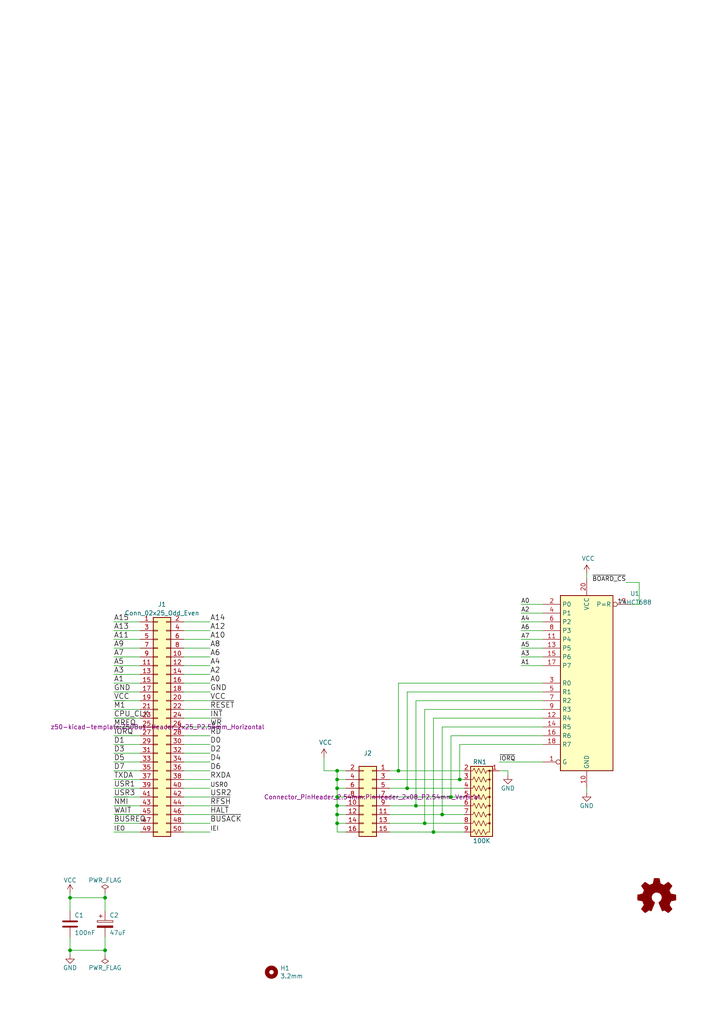
<source format=kicad_sch>
(kicad_sch (version 20230121) (generator eeschema)
  (paper "A4" portrait)
  (title_block (title "Z50 KiCAD Template") (date "2023-04-23") (rev "1.0") (company "Howard M. Harte") (comment 1 "https://github.com/hharte/z50-kicad-template"))
  (lib_symbols
    (symbol "74xx:74HCT688"
      (property "Reference" "U" (at -7.62 26.67 0))
      (property "Value" "74HCT688" (at -7.62 -26.67 0))
      (symbol "74HCT688_1_0"
        (pin input inverted (at -12.7 -22.86 0) (length 5.08) (name "G") (number "1"))
        (pin power_in line (at 0 -30.48 90) (length 5.08) (name "GND") (number "10"))
        (pin input line (at -12.7 12.7 0) (length 5.08) (name "P4") (number "11"))
        (pin input line (at -12.7 -10.16 0) (length 5.08) (name "R4") (number "12"))
        (pin input line (at -12.7 10.16 0) (length 5.08) (name "P5") (number "13"))
        (pin input line (at -12.7 -12.7 0) (length 5.08) (name "R5") (number "14"))
        (pin input line (at -12.7 7.62 0) (length 5.08) (name "P6") (number "15"))
        (pin input line (at -12.7 -15.24 0) (length 5.08) (name "R6") (number "16"))
        (pin input line (at -12.7 5.08 0) (length 5.08) (name "P7") (number "17"))
        (pin input line (at -12.7 -17.78 0) (length 5.08) (name "R7") (number "18"))
        (pin output inverted (at 12.7 22.86 180) (length 5.08) (name "P=R") (number "19"))
        (pin input line (at -12.7 22.86 0) (length 5.08) (name "P0") (number "2"))
        (pin power_in line (at 0 30.48 270) (length 5.08) (name "VCC") (number "20"))
        (pin input line (at -12.7 0 0) (length 5.08) (name "R0") (number "3"))
        (pin input line (at -12.7 20.32 0) (length 5.08) (name "P1") (number "4"))
        (pin input line (at -12.7 -2.54 0) (length 5.08) (name "R1") (number "5"))
        (pin input line (at -12.7 17.78 0) (length 5.08) (name "P2") (number "6"))
        (pin input line (at -12.7 -5.08 0) (length 5.08) (name "R2") (number "7"))
        (pin input line (at -12.7 15.24 0) (length 5.08) (name "P3") (number "8"))
        (pin input line (at -12.7 -7.62 0) (length 5.08) (name "R3") (number "9"))
      )
      (symbol "74HCT688_1_1"
        (rectangle (start -7.62 25.4) (end 7.62 -25.4) (stroke (width 0.254)) (fill (type background)))
      )
    )
    (symbol "Connector_Generic:Conn_02x08_Odd_Even" (pin_names (offset 1.016) hide)
      (property "Reference" "J" (at 1.27 10.16 0))
      (property "Value" "Conn_02x08_Odd_Even" (at 1.27 -12.7 0))
      (symbol "Conn_02x08_Odd_Even_1_1"
        (rectangle (start -1.27 -10.033) (end 0 -10.287) (stroke (width 0.1524)))
        (rectangle (start -1.27 -7.493) (end 0 -7.747) (stroke (width 0.1524)))
        (rectangle (start -1.27 -4.953) (end 0 -5.207) (stroke (width 0.1524)))
        (rectangle (start -1.27 -2.413) (end 0 -2.667) (stroke (width 0.1524)))
        (rectangle (start -1.27 0.127) (end 0 -0.127) (stroke (width 0.1524)))
        (rectangle (start -1.27 2.667) (end 0 2.413) (stroke (width 0.1524)))
        (rectangle (start -1.27 5.207) (end 0 4.953) (stroke (width 0.1524)))
        (rectangle (start -1.27 7.747) (end 0 7.493) (stroke (width 0.1524)))
        (rectangle (start -1.27 8.89) (end 3.81 -11.43) (stroke (width 0.254)) (fill (type background)))
        (rectangle (start 3.81 -10.033) (end 2.54 -10.287) (stroke (width 0.1524)))
        (rectangle (start 3.81 -7.493) (end 2.54 -7.747) (stroke (width 0.1524)))
        (rectangle (start 3.81 -4.953) (end 2.54 -5.207) (stroke (width 0.1524)))
        (rectangle (start 3.81 -2.413) (end 2.54 -2.667) (stroke (width 0.1524)))
        (rectangle (start 3.81 0.127) (end 2.54 -0.127) (stroke (width 0.1524)))
        (rectangle (start 3.81 2.667) (end 2.54 2.413) (stroke (width 0.1524)))
        (rectangle (start 3.81 5.207) (end 2.54 4.953) (stroke (width 0.1524)))
        (rectangle (start 3.81 7.747) (end 2.54 7.493) (stroke (width 0.1524)))
        (pin passive line (at -5.08 7.62 0) (length 3.81) (name "Pin_1") (number "1"))
        (pin passive line (at 7.62 -2.54 180) (length 3.81) (name "Pin_10") (number "10"))
        (pin passive line (at -5.08 -5.08 0) (length 3.81) (name "Pin_11") (number "11"))
        (pin passive line (at 7.62 -5.08 180) (length 3.81) (name "Pin_12") (number "12"))
        (pin passive line (at -5.08 -7.62 0) (length 3.81) (name "Pin_13") (number "13"))
        (pin passive line (at 7.62 -7.62 180) (length 3.81) (name "Pin_14") (number "14"))
        (pin passive line (at -5.08 -10.16 0) (length 3.81) (name "Pin_15") (number "15"))
        (pin passive line (at 7.62 -10.16 180) (length 3.81) (name "Pin_16") (number "16"))
        (pin passive line (at 7.62 7.62 180) (length 3.81) (name "Pin_2") (number "2"))
        (pin passive line (at -5.08 5.08 0) (length 3.81) (name "Pin_3") (number "3"))
        (pin passive line (at 7.62 5.08 180) (length 3.81) (name "Pin_4") (number "4"))
        (pin passive line (at -5.08 2.54 0) (length 3.81) (name "Pin_5") (number "5"))
        (pin passive line (at 7.62 2.54 180) (length 3.81) (name "Pin_6") (number "6"))
        (pin passive line (at -5.08 0 0) (length 3.81) (name "Pin_7") (number "7"))
        (pin passive line (at 7.62 0 180) (length 3.81) (name "Pin_8") (number "8"))
        (pin passive line (at -5.08 -2.54 0) (length 3.81) (name "Pin_9") (number "9"))
      )
    )
    (symbol "Connector_Generic:Conn_02x25_Odd_Even" (pin_names (offset 1.016) hide)
      (property "Reference" "J" (at 1.27 33.02 0))
      (property "Value" "Conn_02x25_Odd_Even" (at 1.27 -33.02 0))
      (symbol "Conn_02x25_Odd_Even_1_1"
        (rectangle (start -1.27 -30.353) (end 0 -30.607) (stroke (width 0.1524)))
        (rectangle (start -1.27 -27.813) (end 0 -28.067) (stroke (width 0.1524)))
        (rectangle (start -1.27 -25.273) (end 0 -25.527) (stroke (width 0.1524)))
        (rectangle (start -1.27 -22.733) (end 0 -22.987) (stroke (width 0.1524)))
        (rectangle (start -1.27 -20.193) (end 0 -20.447) (stroke (width 0.1524)))
        (rectangle (start -1.27 -17.653) (end 0 -17.907) (stroke (width 0.1524)))
        (rectangle (start -1.27 -15.113) (end 0 -15.367) (stroke (width 0.1524)))
        (rectangle (start -1.27 -12.573) (end 0 -12.827) (stroke (width 0.1524)))
        (rectangle (start -1.27 -10.033) (end 0 -10.287) (stroke (width 0.1524)))
        (rectangle (start -1.27 -7.493) (end 0 -7.747) (stroke (width 0.1524)))
        (rectangle (start -1.27 -4.953) (end 0 -5.207) (stroke (width 0.1524)))
        (rectangle (start -1.27 -2.413) (end 0 -2.667) (stroke (width 0.1524)))
        (rectangle (start -1.27 0.127) (end 0 -0.127) (stroke (width 0.1524)))
        (rectangle (start -1.27 2.667) (end 0 2.413) (stroke (width 0.1524)))
        (rectangle (start -1.27 5.207) (end 0 4.953) (stroke (width 0.1524)))
        (rectangle (start -1.27 7.747) (end 0 7.493) (stroke (width 0.1524)))
        (rectangle (start -1.27 10.287) (end 0 10.033) (stroke (width 0.1524)))
        (rectangle (start -1.27 12.827) (end 0 12.573) (stroke (width 0.1524)))
        (rectangle (start -1.27 15.367) (end 0 15.113) (stroke (width 0.1524)))
        (rectangle (start -1.27 17.907) (end 0 17.653) (stroke (width 0.1524)))
        (rectangle (start -1.27 20.447) (end 0 20.193) (stroke (width 0.1524)))
        (rectangle (start -1.27 22.987) (end 0 22.733) (stroke (width 0.1524)))
        (rectangle (start -1.27 25.527) (end 0 25.273) (stroke (width 0.1524)))
        (rectangle (start -1.27 28.067) (end 0 27.813) (stroke (width 0.1524)))
        (rectangle (start -1.27 30.607) (end 0 30.353) (stroke (width 0.1524)))
        (rectangle (start -1.27 31.75) (end 3.81 -31.75) (stroke (width 0.254)) (fill (type background)))
        (rectangle (start 3.81 -30.353) (end 2.54 -30.607) (stroke (width 0.1524)))
        (rectangle (start 3.81 -27.813) (end 2.54 -28.067) (stroke (width 0.1524)))
        (rectangle (start 3.81 -25.273) (end 2.54 -25.527) (stroke (width 0.1524)))
        (rectangle (start 3.81 -22.733) (end 2.54 -22.987) (stroke (width 0.1524)))
        (rectangle (start 3.81 -20.193) (end 2.54 -20.447) (stroke (width 0.1524)))
        (rectangle (start 3.81 -17.653) (end 2.54 -17.907) (stroke (width 0.1524)))
        (rectangle (start 3.81 -15.113) (end 2.54 -15.367) (stroke (width 0.1524)))
        (rectangle (start 3.81 -12.573) (end 2.54 -12.827) (stroke (width 0.1524)))
        (rectangle (start 3.81 -10.033) (end 2.54 -10.287) (stroke (width 0.1524)))
        (rectangle (start 3.81 -7.493) (end 2.54 -7.747) (stroke (width 0.1524)))
        (rectangle (start 3.81 -4.953) (end 2.54 -5.207) (stroke (width 0.1524)))
        (rectangle (start 3.81 -2.413) (end 2.54 -2.667) (stroke (width 0.1524)))
        (rectangle (start 3.81 0.127) (end 2.54 -0.127) (stroke (width 0.1524)))
        (rectangle (start 3.81 2.667) (end 2.54 2.413) (stroke (width 0.1524)))
        (rectangle (start 3.81 5.207) (end 2.54 4.953) (stroke (width 0.1524)))
        (rectangle (start 3.81 7.747) (end 2.54 7.493) (stroke (width 0.1524)))
        (rectangle (start 3.81 10.287) (end 2.54 10.033) (stroke (width 0.1524)))
        (rectangle (start 3.81 12.827) (end 2.54 12.573) (stroke (width 0.1524)))
        (rectangle (start 3.81 15.367) (end 2.54 15.113) (stroke (width 0.1524)))
        (rectangle (start 3.81 17.907) (end 2.54 17.653) (stroke (width 0.1524)))
        (rectangle (start 3.81 20.447) (end 2.54 20.193) (stroke (width 0.1524)))
        (rectangle (start 3.81 22.987) (end 2.54 22.733) (stroke (width 0.1524)))
        (rectangle (start 3.81 25.527) (end 2.54 25.273) (stroke (width 0.1524)))
        (rectangle (start 3.81 28.067) (end 2.54 27.813) (stroke (width 0.1524)))
        (rectangle (start 3.81 30.607) (end 2.54 30.353) (stroke (width 0.1524)))
        (pin passive line (at -5.08 30.48 0) (length 3.81) (name "Pin_1") (number "1"))
        (pin passive line (at 7.62 20.32 180) (length 3.81) (name "Pin_10") (number "10"))
        (pin passive line (at -5.08 17.78 0) (length 3.81) (name "Pin_11") (number "11"))
        (pin passive line (at 7.62 17.78 180) (length 3.81) (name "Pin_12") (number "12"))
        (pin passive line (at -5.08 15.24 0) (length 3.81) (name "Pin_13") (number "13"))
        (pin passive line (at 7.62 15.24 180) (length 3.81) (name "Pin_14") (number "14"))
        (pin passive line (at -5.08 12.7 0) (length 3.81) (name "Pin_15") (number "15"))
        (pin passive line (at 7.62 12.7 180) (length 3.81) (name "Pin_16") (number "16"))
        (pin passive line (at -5.08 10.16 0) (length 3.81) (name "Pin_17") (number "17"))
        (pin passive line (at 7.62 10.16 180) (length 3.81) (name "Pin_18") (number "18"))
        (pin passive line (at -5.08 7.62 0) (length 3.81) (name "Pin_19") (number "19"))
        (pin passive line (at 7.62 30.48 180) (length 3.81) (name "Pin_2") (number "2"))
        (pin passive line (at 7.62 7.62 180) (length 3.81) (name "Pin_20") (number "20"))
        (pin passive line (at -5.08 5.08 0) (length 3.81) (name "Pin_21") (number "21"))
        (pin passive line (at 7.62 5.08 180) (length 3.81) (name "Pin_22") (number "22"))
        (pin passive line (at -5.08 2.54 0) (length 3.81) (name "Pin_23") (number "23"))
        (pin passive line (at 7.62 2.54 180) (length 3.81) (name "Pin_24") (number "24"))
        (pin passive line (at -5.08 0 0) (length 3.81) (name "Pin_25") (number "25"))
        (pin passive line (at 7.62 0 180) (length 3.81) (name "Pin_26") (number "26"))
        (pin passive line (at -5.08 -2.54 0) (length 3.81) (name "Pin_27") (number "27"))
        (pin passive line (at 7.62 -2.54 180) (length 3.81) (name "Pin_28") (number "28"))
        (pin passive line (at -5.08 -5.08 0) (length 3.81) (name "Pin_29") (number "29"))
        (pin passive line (at -5.08 27.94 0) (length 3.81) (name "Pin_3") (number "3"))
        (pin passive line (at 7.62 -5.08 180) (length 3.81) (name "Pin_30") (number "30"))
        (pin passive line (at -5.08 -7.62 0) (length 3.81) (name "Pin_31") (number "31"))
        (pin passive line (at 7.62 -7.62 180) (length 3.81) (name "Pin_32") (number "32"))
        (pin passive line (at -5.08 -10.16 0) (length 3.81) (name "Pin_33") (number "33"))
        (pin passive line (at 7.62 -10.16 180) (length 3.81) (name "Pin_34") (number "34"))
        (pin passive line (at -5.08 -12.7 0) (length 3.81) (name "Pin_35") (number "35"))
        (pin passive line (at 7.62 -12.7 180) (length 3.81) (name "Pin_36") (number "36"))
        (pin passive line (at -5.08 -15.24 0) (length 3.81) (name "Pin_37") (number "37"))
        (pin passive line (at 7.62 -15.24 180) (length 3.81) (name "Pin_38") (number "38"))
        (pin passive line (at -5.08 -17.78 0) (length 3.81) (name "Pin_39") (number "39"))
        (pin passive line (at 7.62 27.94 180) (length 3.81) (name "Pin_4") (number "4"))
        (pin passive line (at 7.62 -17.78 180) (length 3.81) (name "Pin_40") (number "40"))
        (pin passive line (at -5.08 -20.32 0) (length 3.81) (name "Pin_41") (number "41"))
        (pin passive line (at 7.62 -20.32 180) (length 3.81) (name "Pin_42") (number "42"))
        (pin passive line (at -5.08 -22.86 0) (length 3.81) (name "Pin_43") (number "43"))
        (pin passive line (at 7.62 -22.86 180) (length 3.81) (name "Pin_44") (number "44"))
        (pin passive line (at -5.08 -25.4 0) (length 3.81) (name "Pin_45") (number "45"))
        (pin passive line (at 7.62 -25.4 180) (length 3.81) (name "Pin_46") (number "46"))
        (pin passive line (at -5.08 -27.94 0) (length 3.81) (name "Pin_47") (number "47"))
        (pin passive line (at 7.62 -27.94 180) (length 3.81) (name "Pin_48") (number "48"))
        (pin passive line (at -5.08 -30.48 0) (length 3.81) (name "Pin_49") (number "49"))
        (pin passive line (at -5.08 25.4 0) (length 3.81) (name "Pin_5") (number "5"))
        (pin passive line (at 7.62 -30.48 180) (length 3.81) (name "Pin_50") (number "50"))
        (pin passive line (at 7.62 25.4 180) (length 3.81) (name "Pin_6") (number "6"))
        (pin passive line (at -5.08 22.86 0) (length 3.81) (name "Pin_7") (number "7"))
        (pin passive line (at 7.62 22.86 180) (length 3.81) (name "Pin_8") (number "8"))
        (pin passive line (at -5.08 20.32 0) (length 3.81) (name "Pin_9") (number "9"))
      )
    )
    (symbol "Device:C" (pin_numbers hide) (pin_names (offset 0.254))
      (property "Reference" "C" (at 0.635 2.54 0))
      (property "Value" "C" (at 0.635 -2.54 0))
      (symbol "C_0_1"
        (polyline (pts (xy -2.032 -0.762) (xy 2.032 -0.762)) (stroke (width 0.508)))
        (polyline (pts (xy -2.032 0.762) (xy 2.032 0.762)) (stroke (width 0.508)))
      )
      (symbol "C_1_1"
        (pin passive line (at 0 3.81 270) (length 2.794) (name "~") (number "1"))
        (pin passive line (at 0 -3.81 90) (length 2.794) (name "~") (number "2"))
      )
    )
    (symbol "Device:C_Polarized" (pin_numbers hide) (pin_names (offset 0.254))
      (property "Reference" "C" (at 0.635 2.54 0))
      (property "Value" "C_Polarized" (at 0.635 -2.54 0))
      (symbol "C_Polarized_0_1"
        (rectangle (start -2.286 0.508) (end 2.286 1.016))
        (polyline (pts (xy -1.778 2.286) (xy -0.762 2.286)))
        (polyline (pts (xy -1.27 2.794) (xy -1.27 1.778)))
        (rectangle (start 2.286 -0.508) (end -2.286 -1.016) (fill (type outline)))
      )
      (symbol "C_Polarized_1_1"
        (pin passive line (at 0 3.81 270) (length 2.794) (name "~") (number "1"))
        (pin passive line (at 0 -3.81 90) (length 2.794) (name "~") (number "2"))
      )
    )
    (symbol "Device:R_Network08_US" (pin_names (offset 0) hide)
      (property "Reference" "RN" (at -12.7 0 90))
      (property "Value" "R_Network08_US" (at 10.16 0 90))
      (symbol "R_Network08_US_0_1"
        (rectangle (start -11.43 -3.175) (end 8.89 3.175) (stroke (width 0.254)) (fill (type background)))
        (circle (center -10.16 2.286) (radius 0.254) (fill (type outline)))
        (circle (center -7.62 2.286) (radius 0.254) (fill (type outline)))
        (circle (center -5.08 2.286) (radius 0.254) (fill (type outline)))
        (circle (center -2.54 2.286) (radius 0.254) (fill (type outline)))
        (polyline (pts (xy -10.16 2.286) (xy 7.62 2.286)))
        (polyline (pts (xy -10.16 2.286) (xy -10.16 1.524) (xy -9.398 1.1684) (xy -10.922 0.508) (xy -9.398 -0.1524) (xy -10.922 -0.8382) (xy -9.398 -1.524) (xy -10.922 -2.1844) (xy -10.16 -2.54) (xy -10.16 -3.81)))
        (polyline (pts (xy -7.62 2.286) (xy -7.62 1.524) (xy -6.858 1.1684) (xy -8.382 0.508) (xy -6.858 -0.1524) (xy -8.382 -0.8382) (xy -6.858 -1.524) (xy -8.382 -2.1844) (xy -7.62 -2.54) (xy -7.62 -3.81)))
        (polyline (pts (xy -5.08 2.286) (xy -5.08 1.524) (xy -4.318 1.1684) (xy -5.842 0.508) (xy -4.318 -0.1524) (xy -5.842 -0.8382) (xy -4.318 -1.524) (xy -5.842 -2.1844) (xy -5.08 -2.54) (xy -5.08 -3.81)))
        (polyline (pts (xy -2.54 2.286) (xy -2.54 1.524) (xy -1.778 1.1684) (xy -3.302 0.508) (xy -1.778 -0.1524) (xy -3.302 -0.8382) (xy -1.778 -1.524) (xy -3.302 -2.1844) (xy -2.54 -2.54) (xy -2.54 -3.81)))
        (polyline (pts (xy 0 2.286) (xy 0 1.524) (xy 0.762 1.1684) (xy -0.762 0.508) (xy 0.762 -0.1524) (xy -0.762 -0.8382) (xy 0.762 -1.524) (xy -0.762 -2.1844) (xy 0 -2.54) (xy 0 -3.81)))
        (polyline (pts (xy 2.54 2.286) (xy 2.54 1.524) (xy 3.302 1.1684) (xy 1.778 0.508) (xy 3.302 -0.1524) (xy 1.778 -0.8382) (xy 3.302 -1.524) (xy 1.778 -2.1844) (xy 2.54 -2.54) (xy 2.54 -3.81)))
        (polyline (pts (xy 5.08 2.286) (xy 5.08 1.524) (xy 5.842 1.1684) (xy 4.318 0.508) (xy 5.842 -0.1524) (xy 4.318 -0.8382) (xy 5.842 -1.524) (xy 4.318 -2.1844) (xy 5.08 -2.54) (xy 5.08 -3.81)))
        (polyline (pts (xy 7.62 2.286) (xy 7.62 1.524) (xy 8.382 1.1684) (xy 6.858 0.508) (xy 8.382 -0.1524) (xy 6.858 -0.8382) (xy 8.382 -1.524) (xy 6.858 -2.1844) (xy 7.62 -2.54) (xy 7.62 -3.81)))
        (circle (center 0 2.286) (radius 0.254) (fill (type outline)))
        (circle (center 2.54 2.286) (radius 0.254) (fill (type outline)))
        (circle (center 5.08 2.286) (radius 0.254) (fill (type outline)))
      )
      (symbol "R_Network08_US_1_1"
        (pin passive line (at -10.16 5.08 270) (length 2.54) (name "common") (number "1"))
        (pin passive line (at -10.16 -5.08 90) (length 1.27) (name "R1") (number "2"))
        (pin passive line (at -7.62 -5.08 90) (length 1.27) (name "R2") (number "3"))
        (pin passive line (at -5.08 -5.08 90) (length 1.27) (name "R3") (number "4"))
        (pin passive line (at -2.54 -5.08 90) (length 1.27) (name "R4") (number "5"))
        (pin passive line (at 0 -5.08 90) (length 1.27) (name "R5") (number "6"))
        (pin passive line (at 2.54 -5.08 90) (length 1.27) (name "R6") (number "7"))
        (pin passive line (at 5.08 -5.08 90) (length 1.27) (name "R7") (number "8"))
        (pin passive line (at 7.62 -5.08 90) (length 1.27) (name "R8") (number "9"))
      )
    )
    (symbol "Graphic:Logo_Open_Hardware_Small" (pin_names (offset 1.016))
      (symbol "Logo_Open_Hardware_Small_0_1"
        (polyline (pts (xy 3.3528 -4.3434) (xy 3.302 -4.318) (xy 3.175 -4.2418) (xy 2.9972 -4.1148) (xy 2.7686 -3.9624) (xy 2.54 -3.81) (xy 2.3622 -3.7084) (xy 2.2352 -3.6068) (xy 2.1844 -3.5814) (xy 2.159 -3.6068) (xy 2.0574 -3.6576) (xy 1.905 -3.7338) (xy 1.8034 -3.7846) (xy 1.6764 -3.8354) (xy 1.6002 -3.8354) (xy 1.6002 -3.8354) (xy 1.5494 -3.7338) (xy 1.4732 -3.5306) (xy 1.3462 -3.302) (xy 1.2446 -3.0226) (xy 1.1176 -2.7178) (xy 0.9652 -2.413) (xy 0.8636 -2.1082) (xy 0.7366 -1.8288) (xy 0.6604 -1.6256) (xy 0.6096 -1.4732) (xy 0.5842 -1.397) (xy 0.5842 -1.397) (xy 0.6604 -1.3208) (xy 0.7874 -1.2446) (xy 1.0414 -1.016) (xy 1.2954 -0.6858) (xy 1.4478 -0.3302) (xy 1.524 0.0762) (xy 1.4732 0.4572) (xy 1.3208 0.8128) (xy 1.0668 1.143) (xy 0.762 1.3716) (xy 0.4064 1.524) (xy 0 1.5748) (xy -0.381 1.5494) (xy -0.7366 1.397) (xy -1.0668 1.143) (xy -1.2192 0.9906) (xy -1.397 0.6604) (xy -1.524 0.3048) (xy -1.524 0.2286) (xy -1.4986 -0.1778) (xy -1.397 -0.5334) (xy -1.1938 -0.8636) (xy -0.9144 -1.143) (xy -0.8636 -1.1684) (xy -0.7366 -1.27) (xy -0.635 -1.3462) (xy -0.5842 -1.397) (xy -1.0668 -2.5908) (xy -1.143 -2.794) (xy -1.2954 -3.1242) (xy -1.397 -3.4036) (xy -1.4986 -3.6322) (xy -1.5748 -3.7846) (xy -1.6002 -3.8354) (xy -1.6002 -3.8354) (xy -1.651 -3.8354) (xy -1.7272 -3.81) (xy -1.905 -3.7338) (xy -2.0066 -3.683) (xy -2.1336 -3.6068) (xy -2.2098 -3.5814) (xy -2.2606 -3.6068) (xy -2.3622 -3.683) (xy -2.54 -3.81) (xy -2.7686 -3.9624) (xy -2.9718 -4.0894) (xy -3.1496 -4.2164) (xy -3.302 -4.318) (xy -3.3528 -4.3434) (xy -3.3782 -4.3434) (xy -3.429 -4.318) (xy -3.5306 -4.2164) (xy -3.7084 -4.064) (xy -3.937 -3.8354) (xy -3.9624 -3.81) (xy -4.1656 -3.6068) (xy -4.318 -3.4544) (xy -4.4196 -3.3274) (xy -4.445 -3.2766) (xy -4.445 -3.2766) (xy -4.4196 -3.2258) (xy -4.318 -3.0734) (xy -4.2164 -2.8956) (xy -4.064 -2.667) (xy -3.6576 -2.0828) (xy -3.8862 -1.5494) (xy -3.937 -1.3716) (xy -4.0386 -1.1684) (xy -4.0894 -1.0414) (xy -4.1148 -0.9652) (xy -4.191 -0.9398) (xy -4.318 -0.9144) (xy -4.5466 -0.8636) (xy -4.8006 -0.8128) (xy -5.0546 -0.7874) (xy -5.2578 -0.7366) (xy -5.4356 -0.7112) (xy -5.5118 -0.6858) (xy -5.5118 -0.6858) (xy -5.5372 -0.635) (xy -5.5372 -0.5588) (xy -5.5372 -0.4318) (xy -5.5626 -0.2286) (xy -5.5626 0.0762) (xy -5.5626 0.127) (xy -5.5372 0.4064) (xy -5.5372 0.635) (xy -5.5372 0.762) (xy -5.5372 0.8382) (xy -5.5372 0.8382) (xy -5.461 0.8382) (xy -5.3086 0.889) (xy -5.08 0.9144) (xy -4.826 0.9652) (xy -4.8006 0.9906) (xy -4.5466 1.0414) (xy -4.318 1.0668) (xy -4.1656 1.1176) (xy -4.0894 1.143) (xy -4.0894 1.143) (xy -4.0386 1.2446) (xy -3.9624 1.4224) (xy -3.8608 1.6256) (xy -3.7846 1.8288) (xy -3.7084 2.0066) (xy -3.6576 2.159) (xy -3.6322 2.2098) (xy -3.6322 2.2098) (xy -3.683 2.286) (xy -3.7592 2.413) (xy -3.8862 2.5908) (xy -4.064 2.8194) (xy -4.064 2.8448) (xy -4.2164 3.0734) (xy -4.3434 3.2512) (xy -4.4196 3.3782) (xy -4.445 3.4544) (xy -4.445 3.4544) (xy -4.3942 3.5052) (xy -4.2926 3.6322) (xy -4.1148 3.81) (xy -3.937 4.0132) (xy -3.8608 4.064) (xy -3.6576 4.2926) (xy -3.5052 4.4196) (xy -3.4036 4.4958) (xy -3.3528 4.5212) (xy -3.3528 4.5212) (xy -3.302 4.4704) (xy -3.1496 4.3688) (xy -2.9718 4.2418) (xy -2.7432 4.0894) (xy -2.7178 4.0894) (xy -2.4892 3.937) (xy -2.3114 3.81) (xy -2.1844 3.7084) (xy -2.1336 3.683) (xy -2.1082 3.683) (xy -2.032 3.7084) (xy -1.8542 3.7592) (xy -1.6764 3.8354) (xy -1.4732 3.937) (xy -1.27 4.0132) (xy -1.143 4.064) (xy -1.0668 4.1148) (xy -1.0668 4.1148) (xy -1.0414 4.191) (xy -1.016 4.3434) (xy -0.9652 4.572) (xy -0.9144 4.8514) (xy -0.889 4.9022) (xy -0.8382 5.1562) (xy -0.8128 5.3848) (xy -0.7874 5.5372) (xy -0.762 5.588) (xy -0.7112 5.6134) (xy -0.5842 5.6134) (xy -0.4064 5.6134) (xy -0.1524 5.6134) (xy 0.0762 5.6134) (xy 0.3302 5.6134) (xy 0.5334 5.6134) (xy 0.6858 5.588) (xy 0.7366 5.588) (xy 0.7366 5.588) (xy 0.762 5.5118) (xy 0.8128 5.334) (xy 0.8382 5.1054) (xy 0.9144 4.826) (xy 0.9144 4.7752) (xy 0.9652 4.5212) (xy 1.016 4.2926) (xy 1.0414 4.1402) (xy 1.0668 4.0894) (xy 1.0668 4.0894) (xy 1.1938 4.0386) (xy 1.3716 3.9624) (xy 1.5748 3.8608) (xy 2.0828 3.6576) (xy 2.7178 4.0894) (xy 2.7686 4.1402) (xy 2.9972 4.2926) (xy 3.175 4.4196) (xy 3.302 4.4958) (xy 3.3782 4.5212) (xy 3.3782 4.5212) (xy 3.429 4.4704) (xy 3.556 4.3434) (xy 3.7338 4.191) (xy 3.9116 3.9878) (xy 4.064 3.8354) (xy 4.2418 3.6576) (xy 4.3434 3.556) (xy 4.4196 3.4798) (xy 4.4196 3.429) (xy 4.4196 3.4036) (xy 4.3942 3.3274) (xy 4.2926 3.2004) (xy 4.1656 2.9972) (xy 4.0132 2.794) (xy 3.8862 2.5908) (xy 3.7592 2.3876) (xy 3.6576 2.2352) (xy 3.6322 2.159) (xy 3.6322 2.1336) (xy 3.683 2.0066) (xy 3.7592 1.8288) (xy 3.8608 1.6002) (xy 4.064 1.1176) (xy 4.3942 1.0414) (xy 4.5974 1.016) (xy 4.8768 0.9652) (xy 5.1308 0.9144) (xy 5.5372 0.8382) (xy 5.5626 -0.6604) (xy 5.4864 -0.6858) (xy 5.4356 -0.6858) (xy 5.2832 -0.7366) (xy 5.0546 -0.762) (xy 4.8006 -0.8128) (xy 4.5974 -0.8636) (xy 4.3688 -0.9144) (xy 4.2164 -0.9398) (xy 4.1402 -0.9398) (xy 4.1148 -0.9652) (xy 4.064 -1.0668) (xy 3.9878 -1.2446) (xy 3.9116 -1.4478) (xy 3.81 -1.651) (xy 3.7338 -1.8542) (xy 3.683 -2.0066) (xy 3.6576 -2.0828) (xy 3.683 -2.1336) (xy 3.7846 -2.2606) (xy 3.8862 -2.4638) (xy 4.0386 -2.667) (xy 4.191 -2.8956) (xy 4.318 -3.0734) (xy 4.3942 -3.2004) (xy 4.445 -3.2766) (xy 4.4196 -3.3274) (xy 4.3434 -3.429) (xy 4.1656 -3.5814) (xy 3.937 -3.8354) (xy 3.8862 -3.8608) (xy 3.683 -4.064) (xy 3.5306 -4.2164) (xy 3.4036 -4.318) (xy 3.3528 -4.3434)) (fill (type outline)))
      )
    )
    (symbol "Mechanical:MountingHole" (pin_names (offset 1.016))
      (property "Reference" "H" (at 0 5.08 0))
      (property "Value" "MountingHole" (at 0 3.175 0))
      (symbol "MountingHole_0_1"
        (circle (center 0 0) (radius 1.27) (stroke (width 1.27)))
      )
    )
    (symbol "power:GND" (power) (pin_names (offset 0))
      (property "Value" "GND" (at 0 -3.81 0))
      (symbol "GND_0_1"
        (polyline (pts (xy 0 0) (xy 0 -1.27) (xy 1.27 -1.27) (xy 0 -2.54) (xy -1.27 -1.27) (xy 0 -1.27)))
      )
      (symbol "GND_1_1"
        (pin power_in line (at 0 0 270) (length 0) hide (name "GND") (number "1"))
      )
    )
    (symbol "power:PWR_FLAG" (power) (pin_numbers hide) (pin_names (offset 0) hide)
      (property "Value" "PWR_FLAG" (at 0 3.81 0))
      (symbol "PWR_FLAG_0_0"
        (pin power_out line (at 0 0 90) (length 0) (name "pwr") (number "1"))
      )
      (symbol "PWR_FLAG_0_1"
        (polyline (pts (xy 0 0) (xy 0 1.27) (xy -1.016 1.905) (xy 0 2.54) (xy 1.016 1.905) (xy 0 1.27)))
      )
    )
    (symbol "power:VCC" (power) (pin_names (offset 0))
      (property "Value" "VCC" (at 0 3.81 0))
      (symbol "VCC_0_1"
        (polyline (pts (xy -0.762 1.27) (xy 0 2.54)))
        (polyline (pts (xy 0 0) (xy 0 2.54)))
        (polyline (pts (xy 0 2.54) (xy 0.762 1.27)))
      )
      (symbol "VCC_1_1"
        (pin power_in line (at 0 0 90) (length 0) hide (name "VCC") (number "1"))
      )
    )
  )
  (junction (at 125.73 241.3))
  (junction (at 115.57 223.52))
  (junction (at 97.79 238.76))
  (junction (at 97.79 226.06))
  (junction (at 30.48 275.59))
  (junction (at 97.79 228.6))
  (junction (at 20.32 260.35))
  (junction (at 97.79 236.22))
  (junction (at 128.27 236.22))
  (junction (at 97.79 233.68))
  (junction (at 130.81 231.14))
  (junction (at 97.79 223.52))
  (junction (at 133.35 226.06))
  (junction (at 20.32 275.59))
  (junction (at 30.48 260.35))
  (junction (at 118.11 228.6))
  (junction (at 123.19 238.76))
  (junction (at 97.79 231.14))
  (junction (at 120.65 233.68))
  (wire (pts (xy 97.79 236.22) (xy 97.79 238.76)))
  (wire (pts (xy 33.02 198.12) (xy 40.64 198.12)))
  (wire (pts (xy 33.02 238.76) (xy 40.64 238.76)))
  (wire (pts (xy 33.02 233.68) (xy 40.64 233.68)))
  (wire (pts (xy 97.79 223.52) (xy 97.79 226.06)))
  (wire (pts (xy 123.19 238.76) (xy 134.62 238.76)))
  (wire (pts (xy 30.48 260.35) (xy 30.48 264.16)))
  (wire (pts (xy 53.34 187.96) (xy 60.96 187.96)))
  (wire (pts (xy 113.03 233.68) (xy 120.65 233.68)))
  (wire (pts (xy 33.02 185.42) (xy 40.64 185.42)))
  (wire (pts (xy 53.34 195.58) (xy 60.96 195.58)))
  (wire (pts (xy 53.34 200.66) (xy 60.96 200.66)))
  (wire (pts (xy 128.27 236.22) (xy 134.62 236.22)))
  (wire (pts (xy 53.34 205.74) (xy 60.96 205.74)))
  (wire (pts (xy 30.48 275.59) (xy 30.48 276.86)))
  (wire (pts (xy 113.03 223.52) (xy 115.57 223.52)))
  (wire (pts (xy 113.03 238.76) (xy 123.19 238.76)))
  (wire (pts (xy 128.27 210.82) (xy 157.48 210.82)))
  (wire (pts (xy 30.48 259.08) (xy 30.48 260.35)))
  (wire (pts (xy 133.35 226.06) (xy 134.62 226.06)))
  (wire (pts (xy 113.03 228.6) (xy 118.11 228.6)))
  (wire (pts (xy 97.79 226.06) (xy 97.79 228.6)))
  (wire (pts (xy 100.33 223.52) (xy 97.79 223.52)))
  (wire (pts (xy 53.34 220.98) (xy 60.96 220.98)))
  (wire (pts (xy 33.02 208.28) (xy 40.64 208.28)))
  (wire (pts (xy 53.34 223.52) (xy 60.96 223.52)))
  (wire (pts (xy 113.03 231.14) (xy 130.81 231.14)))
  (wire (pts (xy 100.33 241.3) (xy 97.79 241.3)))
  (wire (pts (xy 133.35 215.9) (xy 157.48 215.9)))
  (wire (pts (xy 53.34 203.2) (xy 60.96 203.2)))
  (wire (pts (xy 113.03 241.3) (xy 125.73 241.3)))
  (wire (pts (xy 33.02 231.14) (xy 40.64 231.14)))
  (wire (pts (xy 185.42 175.26) (xy 182.88 175.26)))
  (wire (pts (xy 125.73 241.3) (xy 134.62 241.3)))
  (wire (pts (xy 123.19 205.74) (xy 123.19 238.76)))
  (wire (pts (xy 170.18 228.6) (xy 170.18 229.87)))
  (wire (pts (xy 97.79 236.22) (xy 100.33 236.22)))
  (wire (pts (xy 33.02 223.52) (xy 40.64 223.52)))
  (wire (pts (xy 125.73 208.28) (xy 125.73 241.3)))
  (wire (pts (xy 120.65 203.2) (xy 157.48 203.2)))
  (wire (pts (xy 53.34 198.12) (xy 60.96 198.12)))
  (wire (pts (xy 33.02 228.6) (xy 40.64 228.6)))
  (wire (pts (xy 53.34 218.44) (xy 60.96 218.44)))
  (wire (pts (xy 53.34 182.88) (xy 60.96 182.88)))
  (wire (pts (xy 118.11 228.6) (xy 134.62 228.6)))
  (wire (pts (xy 20.32 275.59) (xy 20.32 276.86)))
  (wire (pts (xy 97.79 226.06) (xy 100.33 226.06)))
  (wire (pts (xy 118.11 200.66) (xy 157.48 200.66)))
  (wire (pts (xy 97.79 228.6) (xy 97.79 231.14)))
  (wire (pts (xy 93.98 223.52) (xy 97.79 223.52)))
  (wire (pts (xy 130.81 231.14) (xy 134.62 231.14)))
  (wire (pts (xy 130.81 213.36) (xy 157.48 213.36)))
  (wire (pts (xy 33.02 195.58) (xy 40.64 195.58)))
  (wire (pts (xy 33.02 205.74) (xy 40.64 205.74)))
  (wire (pts (xy 185.42 168.91) (xy 185.42 175.26)))
  (wire (pts (xy 33.02 236.22) (xy 40.64 236.22)))
  (wire (pts (xy 53.34 231.14) (xy 60.96 231.14)))
  (wire (pts (xy 97.79 228.6) (xy 100.33 228.6)))
  (wire (pts (xy 33.02 180.34) (xy 40.64 180.34)))
  (wire (pts (xy 115.57 198.12) (xy 115.57 223.52)))
  (wire (pts (xy 115.57 223.52) (xy 134.62 223.52)))
  (wire (pts (xy 97.79 231.14) (xy 100.33 231.14)))
  (wire (pts (xy 118.11 200.66) (xy 118.11 228.6)))
  (wire (pts (xy 181.61 168.91) (xy 185.42 168.91)))
  (wire (pts (xy 93.98 219.71) (xy 93.98 223.52)))
  (wire (pts (xy 33.02 203.2) (xy 40.64 203.2)))
  (wire (pts (xy 53.34 185.42) (xy 60.96 185.42)))
  (wire (pts (xy 33.02 200.66) (xy 40.64 200.66)))
  (wire (pts (xy 144.78 220.98) (xy 157.48 220.98)))
  (wire (pts (xy 97.79 238.76) (xy 100.33 238.76)))
  (wire (pts (xy 20.32 260.35) (xy 20.32 264.16)))
  (wire (pts (xy 151.13 185.42) (xy 157.48 185.42)))
  (wire (pts (xy 151.13 177.8) (xy 157.48 177.8)))
  (wire (pts (xy 115.57 198.12) (xy 157.48 198.12)))
  (wire (pts (xy 53.34 193.04) (xy 60.96 193.04)))
  (wire (pts (xy 20.32 275.59) (xy 30.48 275.59)))
  (wire (pts (xy 151.13 187.96) (xy 157.48 187.96)))
  (wire (pts (xy 33.02 182.88) (xy 40.64 182.88)))
  (wire (pts (xy 113.03 226.06) (xy 133.35 226.06)))
  (wire (pts (xy 123.19 205.74) (xy 157.48 205.74)))
  (wire (pts (xy 97.79 231.14) (xy 97.79 233.68)))
  (wire (pts (xy 120.65 203.2) (xy 120.65 233.68)))
  (wire (pts (xy 113.03 236.22) (xy 128.27 236.22)))
  (wire (pts (xy 97.79 233.68) (xy 97.79 236.22)))
  (wire (pts (xy 53.34 190.5) (xy 60.96 190.5)))
  (wire (pts (xy 151.13 180.34) (xy 157.48 180.34)))
  (wire (pts (xy 125.73 208.28) (xy 157.48 208.28)))
  (wire (pts (xy 151.13 182.88) (xy 157.48 182.88)))
  (wire (pts (xy 53.34 241.3) (xy 60.96 241.3)))
  (wire (pts (xy 53.34 236.22) (xy 60.96 236.22)))
  (wire (pts (xy 20.32 271.78) (xy 20.32 275.59)))
  (wire (pts (xy 130.81 213.36) (xy 130.81 231.14)))
  (wire (pts (xy 53.34 228.6) (xy 60.96 228.6)))
  (wire (pts (xy 147.32 224.79) (xy 147.32 223.52)))
  (wire (pts (xy 33.02 210.82) (xy 40.64 210.82)))
  (wire (pts (xy 53.34 233.68) (xy 60.96 233.68)))
  (wire (pts (xy 20.32 260.35) (xy 30.48 260.35)))
  (wire (pts (xy 53.34 226.06) (xy 60.96 226.06)))
  (wire (pts (xy 53.34 180.34) (xy 60.96 180.34)))
  (wire (pts (xy 53.34 238.76) (xy 60.96 238.76)))
  (wire (pts (xy 151.13 175.26) (xy 157.48 175.26)))
  (wire (pts (xy 120.65 233.68) (xy 134.62 233.68)))
  (wire (pts (xy 33.02 220.98) (xy 40.64 220.98)))
  (wire (pts (xy 33.02 190.5) (xy 40.64 190.5)))
  (wire (pts (xy 33.02 187.96) (xy 40.64 187.96)))
  (wire (pts (xy 170.18 166.37) (xy 170.18 167.64)))
  (wire (pts (xy 97.79 238.76) (xy 97.79 241.3)))
  (wire (pts (xy 147.32 223.52) (xy 144.78 223.52)))
  (wire (pts (xy 20.32 259.08) (xy 20.32 260.35)))
  (wire (pts (xy 33.02 241.3) (xy 40.64 241.3)))
  (wire (pts (xy 33.02 213.36) (xy 40.64 213.36)))
  (wire (pts (xy 30.48 271.78) (xy 30.48 275.59)))
  (wire (pts (xy 151.13 190.5) (xy 157.48 190.5)))
  (wire (pts (xy 33.02 218.44) (xy 40.64 218.44)))
  (wire (pts (xy 53.34 208.28) (xy 60.96 208.28)))
  (wire (pts (xy 151.13 193.04) (xy 157.48 193.04)))
  (wire (pts (xy 53.34 213.36) (xy 60.96 213.36)))
  (wire (pts (xy 33.02 193.04) (xy 40.64 193.04)))
  (wire (pts (xy 53.34 215.9) (xy 60.96 215.9)))
  (wire (pts (xy 128.27 210.82) (xy 128.27 236.22)))
  (wire (pts (xy 97.79 233.68) (xy 100.33 233.68)))
  (wire (pts (xy 33.02 226.06) (xy 40.64 226.06)))
  (wire (pts (xy 33.02 215.9) (xy 40.64 215.9)))
  (wire (pts (xy 53.34 210.82) (xy 60.96 210.82)))
  (wire (pts (xy 133.35 215.9) (xy 133.35 226.06)))
  (label "A2" (at 60.96 195.58 0) (effects (font (size 1.524 1.524))))
  (label "~{BUSREQ}" (at 33.02 238.76 0) (effects (font (size 1.524 1.524))))
  (label "IEO" (at 33.02 241.3 0))
  (label "A2" (at 151.13 177.8 0))
  (label "A13" (at 33.02 182.88 0) (effects (font (size 1.524 1.524))))
  (label "A4" (at 151.13 180.34 0))
  (label "~{WR}" (at 60.96 210.82 0) (effects (font (size 1.524 1.524))))
  (label "RXDA" (at 60.96 226.06 0) (effects (font (size 1.524 1.524))))
  (label "TXDA" (at 33.02 226.06 0) (effects (font (size 1.524 1.524))))
  (label "A0" (at 151.13 175.26 0))
  (label "A9" (at 33.02 187.96 0) (effects (font (size 1.524 1.524))))
  (label "D3" (at 33.02 218.44 0) (effects (font (size 1.524 1.524))))
  (label "A7" (at 33.02 190.5 0) (effects (font (size 1.524 1.524))))
  (label "D7" (at 33.02 223.52 0) (effects (font (size 1.524 1.524))))
  (label "~{BOARD_CS}" (at 181.61 168.91 180))
  (label "D5" (at 33.02 220.98 0) (effects (font (size 1.524 1.524))))
  (label "~{MREQ}" (at 33.02 210.82 0) (effects (font (size 1.524 1.524))))
  (label "~{WAIT}" (at 33.02 236.22 0) (effects (font (size 1.524 1.524))))
  (label "A0" (at 60.96 198.12 0) (effects (font (size 1.524 1.524))))
  (label "IEI" (at 60.96 241.3 0))
  (label "USR0" (at 60.96 228.6 0))
  (label "A3" (at 151.13 190.5 0))
  (label "A12" (at 60.96 182.88 0) (effects (font (size 1.524 1.524))))
  (label "~{NMI}" (at 33.02 233.68 0) (effects (font (size 1.524 1.524))))
  (label "CPU_CLK" (at 33.02 208.28 0) (effects (font (size 1.524 1.524))))
  (label "~{INT}" (at 60.96 208.28 0) (effects (font (size 1.524 1.524))))
  (label "VCC" (at 60.96 203.2 0) (effects (font (size 1.524 1.524))))
  (label "D0" (at 60.96 215.9 0) (effects (font (size 1.524 1.524))))
  (label "A11" (at 33.02 185.42 0) (effects (font (size 1.524 1.524))))
  (label "D4" (at 60.96 220.98 0) (effects (font (size 1.524 1.524))))
  (label "A6" (at 151.13 182.88 0))
  (label "GND" (at 60.96 200.66 0) (effects (font (size 1.524 1.524))))
  (label "~{RD}" (at 60.96 213.36 0) (effects (font (size 1.524 1.524))))
  (label "~{RESET}" (at 60.96 205.74 0) (effects (font (size 1.524 1.524))))
  (label "A15" (at 33.02 180.34 0) (effects (font (size 1.524 1.524))))
  (label "USR2" (at 60.96 231.14 0) (effects (font (size 1.524 1.524))))
  (label "USR1" (at 33.02 228.6 0) (effects (font (size 1.524 1.524))))
  (label "A1" (at 33.02 198.12 0) (effects (font (size 1.524 1.524))))
  (label "GND" (at 33.02 200.66 0) (effects (font (size 1.524 1.524))))
  (label "VCC" (at 33.02 203.2 0) (effects (font (size 1.524 1.524))))
  (label "D6" (at 60.96 223.52 0) (effects (font (size 1.524 1.524))))
  (label "~{IORQ}" (at 144.78 220.98 0))
  (label "A10" (at 60.96 185.42 0) (effects (font (size 1.524 1.524))))
  (label "D1" (at 33.02 215.9 0) (effects (font (size 1.524 1.524))))
  (label "A6" (at 60.96 190.5 0) (effects (font (size 1.524 1.524))))
  (label "~{RFSH}" (at 60.96 233.68 0) (effects (font (size 1.524 1.524))))
  (label "A7" (at 151.13 185.42 0))
  (label "A14" (at 60.96 180.34 0) (effects (font (size 1.524 1.524))))
  (label "~{BUSACK}" (at 60.96 238.76 0) (effects (font (size 1.524 1.524))))
  (label "A1" (at 151.13 193.04 0))
  (label "A5" (at 151.13 187.96 0))
  (label "A3" (at 33.02 195.58 0) (effects (font (size 1.524 1.524))))
  (label "A4" (at 60.96 193.04 0) (effects (font (size 1.524 1.524))))
  (label "~{HALT}" (at 60.96 236.22 0) (effects (font (size 1.524 1.524))))
  (label "A5" (at 33.02 193.04 0) (effects (font (size 1.524 1.524))))
  (label "USR3" (at 33.02 231.14 0) (effects (font (size 1.524 1.524))))
  (label "~{M1}" (at 33.02 205.74 0) (effects (font (size 1.524 1.524))))
  (label "A8" (at 60.96 187.96 0) (effects (font (size 1.524 1.524))))
  (label "~{IORQ}" (at 33.02 213.36 0) (effects (font (size 1.524 1.524))))
  (label "D2" (at 60.96 218.44 0) (effects (font (size 1.524 1.524))))
  (symbol (lib_id "Device:C") (at 20.32 267.97 0) (unit 1)
    (property "Reference" "C1" (at 21.59 265.43 0) (effects (justify left)))
    (property "Value" "100nF" (at 21.59 270.51 0) (effects (justify left)))
    (property "Footprint" "Capacitor_THT:C_Disc_D5.0mm_W2.5mm_P5.00mm" (effects hide))
  )
  (symbol (lib_id "power:GND") (at 20.32 276.86 0) (unit 1)
    (property "Reference" "#PWR019" (effects hide))
    (property "Value" "GND" (at 20.32 280.67 0))
  )
  (symbol (lib_id "Graphic:Logo_Open_Hardware_Small") (at 190.5 260.35 0) (unit 1)
    (property "Reference" "LOGO1" (effects hide))
    (property "Value" "Logo_Open_Hardware_Small" (effects hide))
    (property "Footprint" "Symbol:OSHW-Logo_5.7x6mm_SilkScreen" (effects hide))
  )
  (symbol (lib_id "power:PWR_FLAG") (at 30.48 276.86 180) (unit 1)
    (property "Reference" "#FLG0103" (effects hide))
    (property "Value" "PWR_FLAG" (at 30.48 280.67 0))
  )
  (symbol (lib_id "power:VCC") (at 20.32 259.08 0) (unit 1)
    (property "Reference" "#PWR0125" (effects hide))
    (property "Value" "VCC" (at 20.32 255.27 0))
  )
  (symbol (lib_id "Mechanical:MountingHole") (at 78.74 281.94 0) (unit 1)
    (property "Reference" "H1" (at 81.28 280.7716 0) (effects (justify left)))
    (property "Value" "3.2mm" (at 81.28 283.083 0) (effects (justify left)))
    (property "Footprint" "MountingHole:MountingHole_3.2mm_M3_DIN965" (effects hide))
  )
  (symbol (lib_id "Connector_Generic:Conn_02x08_Odd_Even") (at 107.95 231.14 0) (mirror y) (unit 1)
    (property "Reference" "J2" (at 106.68 218.44 0))
    (property "Value" "Conn_02x08_Odd_Even" (effects hide))
    (property "Footprint" "Connector_PinHeader_2.54mm:PinHeader_2x08_P2.54mm_Vertical" (at 107.95 231.14 0))
  )
  (symbol (lib_id "power:PWR_FLAG") (at 30.48 259.08 0) (unit 1)
    (property "Reference" "#FLG01" (effects hide))
    (property "Value" "PWR_FLAG" (at 30.48 255.27 0))
  )
  (symbol (lib_id "74xx:74HCT688") (at 170.18 198.12 0) (unit 1)
    (property "Reference" "U1" (at 184.15 172.1359 0))
    (property "Value" "74HCT688" (at 184.15 174.6759 0))
    (property "Footprint" "Package_DIP:DIP-20_W7.62mm_Socket" (effects hide))
    (property "Datasheet" "https://www.ti.com/lit/ds/symlink/cd54hc688.pdf" (effects hide))
  )
  (symbol (lib_id "Connector_Generic:Conn_02x25_Odd_Even") (at 45.72 210.82 0) (unit 1)
    (property "Reference" "J1" (at 46.99 175.26 0))
    (property "Value" "Conn_02x25_Odd_Even" (at 46.99 177.8 0))
    (property "Footprint" "z50-kicad-template:Z50Bus-Header_2x25_P2.54mm_Horizontal" (at 45.72 210.82 0))
  )
  (symbol (lib_id "power:VCC") (at 170.18 166.37 0) (unit 1)
    (property "Reference" "#PWR05" (effects hide))
    (property "Value" "VCC" (at 170.6118 161.9758 0))
  )
  (symbol (lib_id "power:GND") (at 147.32 224.79 0) (unit 1)
    (property "Reference" "#PWR04" (effects hide))
    (property "Value" "GND" (at 147.32 228.6 0))
  )
  (symbol (lib_id "power:GND") (at 170.18 229.87 0) (unit 1)
    (property "Reference" "#PWR06" (effects hide))
    (property "Value" "GND" (at 170.18 233.68 0))
  )
  (symbol (lib_id "power:VCC") (at 93.98 219.71 0) (unit 1)
    (property "Reference" "#PWR01" (effects hide))
    (property "Value" "VCC" (at 94.4118 215.3158 0))
  )
  (symbol (lib_id "Device:C_Polarized") (at 30.48 267.97 0) (unit 1)
    (property "Reference" "C2" (at 31.75 265.43 0) (effects (justify left)))
    (property "Value" "47uF" (at 31.75 270.51 0) (effects (justify left)))
    (property "Footprint" "Capacitor_THT:CP_Radial_D6.3mm_P2.50mm" (effects hide))
  )
  (symbol (lib_id "Device:R_Network08_US") (at 139.7 233.68 270) (unit 1)
    (property "Reference" "RN1" (at 137.16 220.98 90) (effects (justify left)))
    (property "Value" "100K" (at 137.16 243.84 90) (effects (justify left)))
    (property "Footprint" "Resistor_THT:R_Array_SIP9" (effects hide))
    (property "Datasheet" "http://www.vishay.com/docs/31509/csc.pdf" (effects hide))
  )
)
</source>
